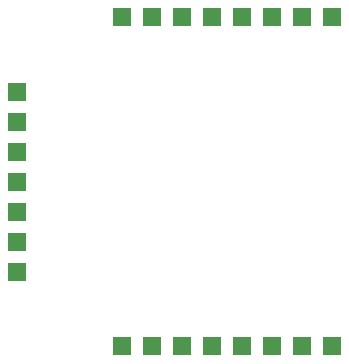
<source format=gbp>
G04 Layer_Color=128*
%FSLAX44Y44*%
%MOMM*%
G71*
G01*
G75*
%ADD18R,1.5000X1.5000*%
%ADD19R,1.5000X1.5000*%
D18*
X274400Y8300D02*
D03*
X249000D02*
D03*
X223600D02*
D03*
X198200D02*
D03*
X172800D02*
D03*
X147400D02*
D03*
X122000D02*
D03*
X96600D02*
D03*
X274400Y287300D02*
D03*
X249000D02*
D03*
X223600D02*
D03*
X198200D02*
D03*
X172800D02*
D03*
X147400D02*
D03*
X122000D02*
D03*
X96600D02*
D03*
D19*
X7900Y224000D02*
D03*
Y198600D02*
D03*
Y173200D02*
D03*
Y147800D02*
D03*
Y122400D02*
D03*
Y97000D02*
D03*
Y71600D02*
D03*
M02*

</source>
